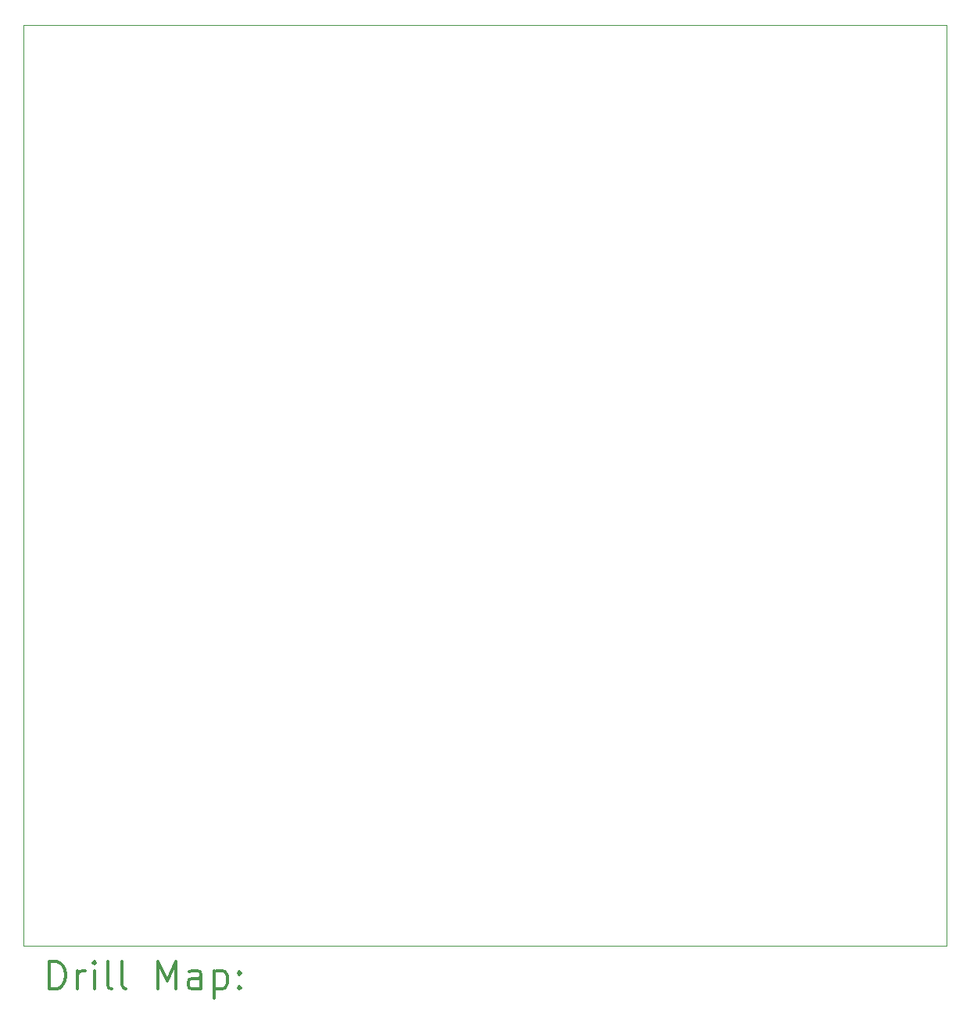
<source format=gbr>
%FSLAX45Y45*%
G04 Gerber Fmt 4.5, Leading zero omitted, Abs format (unit mm)*
G04 Created by KiCad (PCBNEW (5.1.9-0-10_14)) date 2021-03-14 15:18:22*
%MOMM*%
%LPD*%
G01*
G04 APERTURE LIST*
%TA.AperFunction,Profile*%
%ADD10C,0.100000*%
%TD*%
%ADD11C,0.200000*%
%ADD12C,0.300000*%
G04 APERTURE END LIST*
D10*
X18694400Y-4013200D02*
X18694400Y-13976350D01*
X8699500Y-4013200D02*
X18694400Y-4013200D01*
X8699500Y-13976350D02*
X8699500Y-4013200D01*
X18694400Y-13976350D02*
X8699500Y-13976350D01*
D11*
D12*
X8980928Y-14447064D02*
X8980928Y-14147064D01*
X9052357Y-14147064D01*
X9095214Y-14161350D01*
X9123786Y-14189921D01*
X9138071Y-14218493D01*
X9152357Y-14275636D01*
X9152357Y-14318493D01*
X9138071Y-14375636D01*
X9123786Y-14404207D01*
X9095214Y-14432779D01*
X9052357Y-14447064D01*
X8980928Y-14447064D01*
X9280928Y-14447064D02*
X9280928Y-14247064D01*
X9280928Y-14304207D02*
X9295214Y-14275636D01*
X9309500Y-14261350D01*
X9338071Y-14247064D01*
X9366643Y-14247064D01*
X9466643Y-14447064D02*
X9466643Y-14247064D01*
X9466643Y-14147064D02*
X9452357Y-14161350D01*
X9466643Y-14175636D01*
X9480928Y-14161350D01*
X9466643Y-14147064D01*
X9466643Y-14175636D01*
X9652357Y-14447064D02*
X9623786Y-14432779D01*
X9609500Y-14404207D01*
X9609500Y-14147064D01*
X9809500Y-14447064D02*
X9780928Y-14432779D01*
X9766643Y-14404207D01*
X9766643Y-14147064D01*
X10152357Y-14447064D02*
X10152357Y-14147064D01*
X10252357Y-14361350D01*
X10352357Y-14147064D01*
X10352357Y-14447064D01*
X10623786Y-14447064D02*
X10623786Y-14289921D01*
X10609500Y-14261350D01*
X10580928Y-14247064D01*
X10523786Y-14247064D01*
X10495214Y-14261350D01*
X10623786Y-14432779D02*
X10595214Y-14447064D01*
X10523786Y-14447064D01*
X10495214Y-14432779D01*
X10480928Y-14404207D01*
X10480928Y-14375636D01*
X10495214Y-14347064D01*
X10523786Y-14332779D01*
X10595214Y-14332779D01*
X10623786Y-14318493D01*
X10766643Y-14247064D02*
X10766643Y-14547064D01*
X10766643Y-14261350D02*
X10795214Y-14247064D01*
X10852357Y-14247064D01*
X10880928Y-14261350D01*
X10895214Y-14275636D01*
X10909500Y-14304207D01*
X10909500Y-14389921D01*
X10895214Y-14418493D01*
X10880928Y-14432779D01*
X10852357Y-14447064D01*
X10795214Y-14447064D01*
X10766643Y-14432779D01*
X11038071Y-14418493D02*
X11052357Y-14432779D01*
X11038071Y-14447064D01*
X11023786Y-14432779D01*
X11038071Y-14418493D01*
X11038071Y-14447064D01*
X11038071Y-14261350D02*
X11052357Y-14275636D01*
X11038071Y-14289921D01*
X11023786Y-14275636D01*
X11038071Y-14261350D01*
X11038071Y-14289921D01*
M02*

</source>
